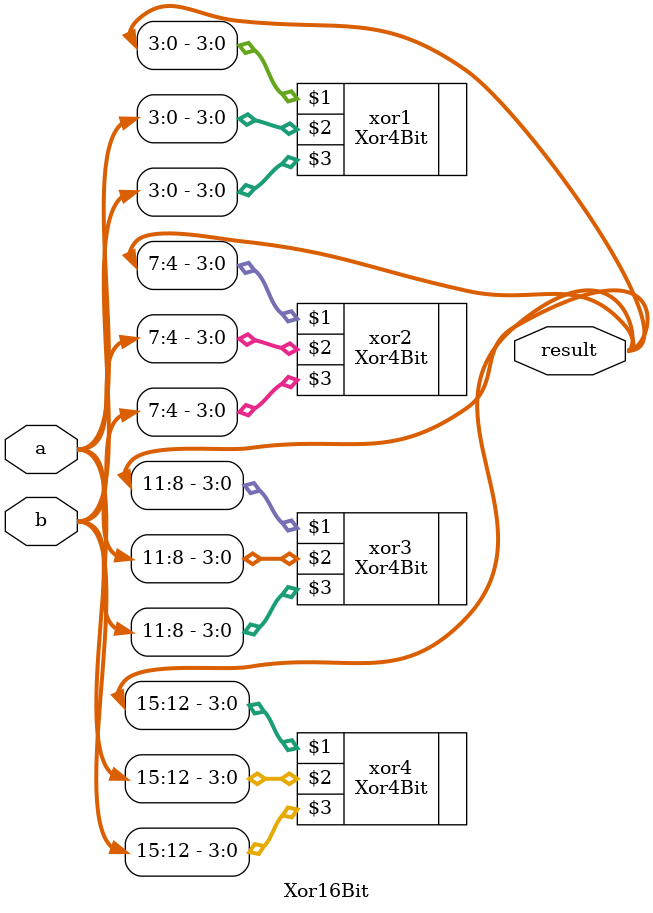
<source format=v>
module Xor16Bit(output[15:0] result,
					input[15:0] a, 
					input[15:0] b);

	Xor4Bit xor1(result[3:0], a[3:0], b[3:0]);
	Xor4Bit xor2(result[7:4], a[7:4], b[7:4]);
	Xor4Bit xor3(result[11:8], a[11:8], b[11:8]);
	Xor4Bit xor4(result[15:12], a[15:12], b[15:12]);

endmodule 
</source>
